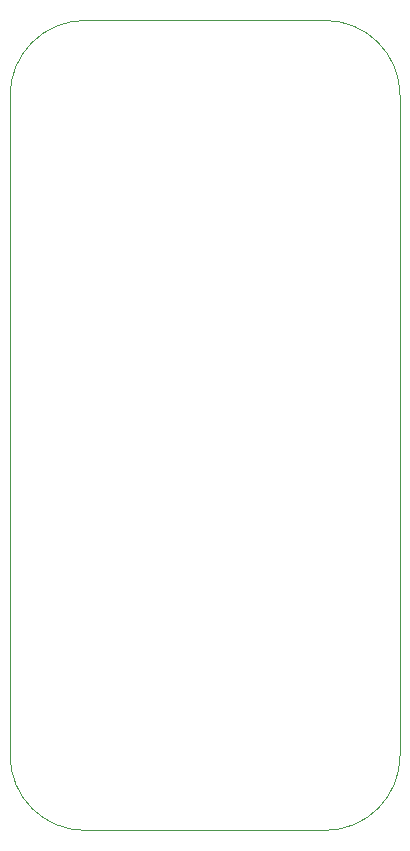
<source format=gm1>
%TF.GenerationSoftware,KiCad,Pcbnew,(5.1.9)-1*%
%TF.CreationDate,2021-08-06T17:42:55+02:00*%
%TF.ProjectId,Solenoid pulser,536f6c65-6e6f-4696-9420-70756c736572,V1.0*%
%TF.SameCoordinates,Original*%
%TF.FileFunction,Profile,NP*%
%FSLAX46Y46*%
G04 Gerber Fmt 4.6, Leading zero omitted, Abs format (unit mm)*
G04 Created by KiCad (PCBNEW (5.1.9)-1) date 2021-08-06 17:42:55*
%MOMM*%
%LPD*%
G01*
G04 APERTURE LIST*
%TA.AperFunction,Profile*%
%ADD10C,0.050000*%
%TD*%
G04 APERTURE END LIST*
D10*
X125730000Y-48260000D02*
X125730000Y-104140000D01*
X99060000Y-41910000D02*
X119380000Y-41910000D01*
X119380000Y-41910000D02*
G75*
G02*
X125730000Y-48260000I0J-6350000D01*
G01*
X92710000Y-48260000D02*
G75*
G02*
X99060000Y-41910000I6350000J0D01*
G01*
X92710000Y-104140000D02*
X92710000Y-48260000D01*
X99060000Y-110490000D02*
X119380000Y-110490000D01*
X125730000Y-104140000D02*
G75*
G02*
X119380000Y-110490000I-6350000J0D01*
G01*
X99060000Y-110490000D02*
G75*
G02*
X92710000Y-104140000I0J6350000D01*
G01*
M02*

</source>
